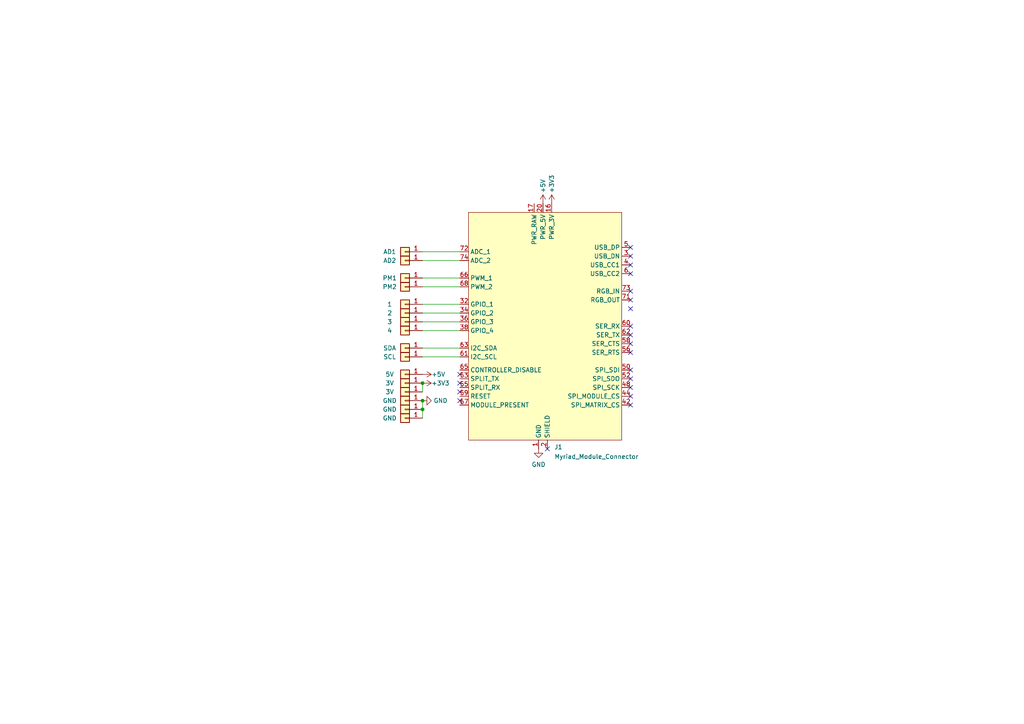
<source format=kicad_sch>
(kicad_sch (version 20211123) (generator eeschema)
  (paper "A4")
  (title_block (title "Myriad Permaproto 30x40mm") (date "2022-03-03") (rev "0.1") (company "splitkb.com") (comment 1 "See https://myriad.splitkb.com/specification/terms_of_use.html") (comment 2 "NON-COMMERCIAL USE ONLY"))
  (lib_symbols
    (symbol "0_splitkb_common:Myriad_Module_Connector"
      (property "Reference" "J" (at 22.86 -34.29 0))
      (property "Value" "Myriad_Module_Connector" (at 1.27 1.27 0))
      (symbol "Myriad_Module_Connector_0_1"
        (rectangle (start -21.59 33.02) (end 22.86 -33.02) (fill (type background)))
      )
      (symbol "Myriad_Module_Connector_1_1"
        (pin power_out line (at -1.27 -35.56 90) (length 2.54) (name "GND") (number "1"))
        (pin power_out line (at 2.54 35.56 270) (length 2.54) (name "PWR_3V") (number "16"))
        (pin power_out line (at -2.54 35.56 270) (length 2.54) (name "PWR_RAW") (number "17"))
        (pin passive line (at 2.54 35.56 270) (length 2.54) hide (name "PWR_3V") (number "18"))
        (pin passive line (at -2.54 35.56 270) (length 2.54) hide (name "PWR_RAW") (number "19"))
        (pin power_out line (at 1.27 -35.56 90) (length 2.54) (name "SHIELD") (number "2"))
        (pin power_out line (at 0 35.56 270) (length 2.54) (name "PWR_5V") (number "20"))
        (pin passive line (at -2.54 35.56 270) (length 2.54) hide (name "PWR_RAW") (number "21"))
        (pin passive line (at 0 35.56 270) (length 2.54) hide (name "PWR_5V") (number "22"))
        (pin passive line (at -2.54 35.56 270) (length 2.54) hide (name "PWR_RAW") (number "23"))
        (pin no_connect line (at -12.7 33.02 270) (length 2.54) hide (name "") (number "24"))
        (pin no_connect line (at -10.16 33.02 270) (length 2.54) hide (name "") (number "25"))
        (pin no_connect line (at -7.62 33.02 270) (length 2.54) hide (name "") (number "26"))
        (pin no_connect line (at -5.08 33.02 270) (length 2.54) hide (name "") (number "27"))
        (pin no_connect line (at 5.08 33.02 270) (length 2.54) hide (name "") (number "28"))
        (pin no_connect line (at 7.62 33.02 270) (length 2.54) hide (name "") (number "29"))
        (pin bidirectional line (at 25.4 20.32 180) (length 2.54) (name "USB_DN") (number "3"))
        (pin no_connect line (at 10.16 33.02 270) (length 2.54) hide (name "") (number "30"))
        (pin no_connect line (at 12.7 33.02 270) (length 2.54) hide (name "") (number "31"))
        (pin bidirectional line (at -24.13 6.35 0) (length 2.54) (name "GPIO_1") (number "32"))
        (pin no_connect line (at -16.51 -33.02 90) (length 2.54) hide (name "") (number "33"))
        (pin bidirectional line (at -24.13 3.81 0) (length 2.54) (name "GPIO_2") (number "34"))
        (pin no_connect line (at -13.97 -33.02 90) (length 2.54) hide (name "") (number "35"))
        (pin bidirectional line (at -24.13 1.27 0) (length 2.54) (name "GPIO_3") (number "36"))
        (pin no_connect line (at -11.43 -33.02 90) (length 2.54) hide (name "") (number "37"))
        (pin bidirectional line (at -24.13 -1.27 0) (length 2.54) (name "GPIO_4") (number "38"))
        (pin no_connect line (at -8.89 -33.02 90) (length 2.54) hide (name "") (number "39"))
        (pin output line (at 25.4 17.78 180) (length 2.54) (name "USB_CC1") (number "4"))
        (pin passive line (at -1.27 -35.56 90) (length 2.54) hide (name "GND") (number "40"))
        (pin no_connect line (at -6.35 -33.02 90) (length 2.54) hide (name "") (number "41"))
        (pin input line (at 25.4 -22.86 180) (length 2.54) (name "SPI_MATRIX_CS") (number "42"))
        (pin no_connect line (at -3.81 -33.02 90) (length 2.54) hide (name "") (number "43"))
        (pin output line (at 25.4 -20.32 180) (length 2.54) (name "SPI_MODULE_CS") (number "44"))
        (pin no_connect line (at 3.81 -33.02 90) (length 2.54) hide (name "") (number "45"))
        (pin passive line (at -1.27 -35.56 90) (length 2.54) hide (name "GND") (number "46"))
        (pin no_connect line (at 6.35 -33.02 90) (length 2.54) hide (name "") (number "47"))
        (pin output line (at 25.4 -17.78 180) (length 2.54) (name "SPI_SCK") (number "48"))
        (pin no_connect line (at 8.89 -33.02 90) (length 2.54) hide (name "") (number "49"))
        (pin bidirectional line (at 25.4 22.86 180) (length 2.54) (name "USB_DP") (number "5"))
        (pin input line (at 25.4 -12.7 180) (length 2.54) (name "SPI_SDI") (number "50"))
        (pin no_connect line (at 11.43 -33.02 90) (length 2.54) hide (name "") (number "51"))
        (pin output line (at 25.4 -15.24 180) (length 2.54) (name "SPI_SDO") (number "52"))
        (pin no_connect line (at 13.97 -33.02 90) (length 2.54) hide (name "") (number "53"))
        (pin input line (at -24.13 -15.24 0) (length 2.54) (name "SPLIT_TX") (number "53"))
        (pin passive line (at -1.27 -35.56 90) (length 2.54) hide (name "GND") (number "54"))
        (pin output line (at -24.13 -17.78 0) (length 2.54) (name "SPLIT_RX") (number "55"))
        (pin output line (at 25.4 -7.62 180) (length 2.54) (name "SER_RTS") (number "56"))
        (pin passive line (at -1.27 -35.56 90) (length 2.54) hide (name "GND") (number "57"))
        (pin input line (at 25.4 -5.08 180) (length 2.54) (name "SER_CTS") (number "58"))
        (pin bidirectional line (at -24.13 -20.32 0) (length 2.54) (name "RESET") (number "59"))
        (pin output line (at 25.4 15.24 180) (length 2.54) (name "USB_CC2") (number "6"))
        (pin input line (at 25.4 0 180) (length 2.54) (name "SER_RX") (number "60"))
        (pin bidirectional line (at -24.13 -8.89 0) (length 2.54) (name "I2C_SCL") (number "61"))
        (pin output line (at 25.4 -2.54 180) (length 2.54) (name "SER_TX") (number "62"))
        (pin bidirectional line (at -24.13 -6.35 0) (length 2.54) (name "I2C_SDA") (number "63"))
        (pin passive line (at -1.27 -35.56 90) (length 2.54) hide (name "GND") (number "64"))
        (pin input line (at -24.13 -12.7 0) (length 2.54) (name "CONTROLLER_DISABLE") (number "65"))
        (pin output line (at -24.13 13.97 0) (length 2.54) (name "PWM_1") (number "66"))
        (pin input line (at -24.13 -22.86 0) (length 2.54) (name "MODULE_PRESENT") (number "67"))
        (pin output line (at -24.13 11.43 0) (length 2.54) (name "PWM_2") (number "68"))
        (pin passive line (at -1.27 -35.56 90) (length 2.54) hide (name "GND") (number "69"))
        (pin passive line (at -1.27 -35.56 90) (length 2.54) hide (name "GND") (number "7"))
        (pin passive line (at -1.27 -35.56 90) (length 2.54) hide (name "GND") (number "70"))
        (pin output line (at 25.4 7.62 180) (length 2.54) (name "RGB_OUT") (number "71"))
        (pin input line (at -24.13 21.59 0) (length 2.54) (name "ADC_1") (number "72"))
        (pin input line (at 25.4 10.16 180) (length 2.54) (name "RGB_IN") (number "73"))
        (pin input line (at -24.13 19.05 0) (length 2.54) (name "ADC_2") (number "74"))
        (pin no_connect line (at 16.51 -33.02 90) (length 2.54) hide (name "") (number "75"))
      )
    )
    (symbol "Connector_Generic:Conn_01x01" (pin_names (offset 1.016) hide)
      (property "Reference" "J" (at 0 2.54 0))
      (property "Value" "Conn_01x01" (at 0 -2.54 0))
      (symbol "Conn_01x01_1_1"
        (rectangle (start -1.27 0.127) (end 0 -0.127) (stroke (width 0.1524)))
        (rectangle (start -1.27 1.27) (end 1.27 -1.27) (stroke (width 0.254)) (fill (type background)))
        (pin passive line (at -5.08 0 0) (length 3.81) (name "Pin_1") (number "1"))
      )
    )
    (symbol "power:+3V3" (power) (pin_names (offset 0))
      (property "Value" "+3V3" (at 0 3.556 0))
      (symbol "+3V3_0_1"
        (polyline (pts (xy -0.762 1.27) (xy 0 2.54)))
        (polyline (pts (xy 0 0) (xy 0 2.54)))
        (polyline (pts (xy 0 2.54) (xy 0.762 1.27)))
      )
      (symbol "+3V3_1_1"
        (pin power_in line (at 0 0 90) (length 0) hide (name "+3V3") (number "1"))
      )
    )
    (symbol "power:+5V" (power) (pin_names (offset 0))
      (property "Value" "+5V" (at 0 3.556 0))
      (symbol "+5V_0_1"
        (polyline (pts (xy -0.762 1.27) (xy 0 2.54)))
        (polyline (pts (xy 0 0) (xy 0 2.54)))
        (polyline (pts (xy 0 2.54) (xy 0.762 1.27)))
      )
      (symbol "+5V_1_1"
        (pin power_in line (at 0 0 90) (length 0) hide (name "+5V") (number "1"))
      )
    )
    (symbol "power:GND" (power) (pin_names (offset 0))
      (property "Value" "GND" (at 0 -3.81 0))
      (symbol "GND_0_1"
        (polyline (pts (xy 0 0) (xy 0 -1.27) (xy 1.27 -1.27) (xy 0 -2.54) (xy -1.27 -1.27) (xy 0 -1.27)))
      )
      (symbol "GND_1_1"
        (pin power_in line (at 0 0 270) (length 0) hide (name "GND") (number "1"))
      )
    )
  )
  (junction (at 122.555 116.205))
  (junction (at 122.555 111.125))
  (junction (at 122.555 118.745))
  (no_connect (at 182.88 94.615))
  (no_connect (at 182.88 74.295))
  (no_connect (at 182.88 86.995))
  (no_connect (at 133.35 116.205))
  (no_connect (at 182.88 84.455))
  (no_connect (at 182.88 71.755))
  (no_connect (at 182.88 79.375))
  (no_connect (at 182.88 107.315))
  (no_connect (at 158.75 130.175))
  (no_connect (at 182.88 89.535))
  (no_connect (at 182.88 112.395))
  (no_connect (at 182.88 102.235))
  (no_connect (at 182.88 99.695))
  (no_connect (at 182.88 97.155))
  (no_connect (at 182.88 76.835))
  (no_connect (at 182.88 117.475))
  (no_connect (at 182.88 109.855))
  (no_connect (at 182.88 114.935))
  (no_connect (at 133.35 113.665))
  (no_connect (at 133.35 108.585))
  (no_connect (at 133.35 111.125))
  (wire (pts (xy 122.555 118.745) (xy 122.555 121.285)))
  (wire (pts (xy 122.555 73.025) (xy 133.35 73.025)))
  (wire (pts (xy 122.555 116.205) (xy 122.555 118.745)))
  (wire (pts (xy 122.555 80.645) (xy 133.35 80.645)))
  (wire (pts (xy 122.555 88.265) (xy 133.35 88.265)))
  (wire (pts (xy 122.555 83.185) (xy 133.35 83.185)))
  (wire (pts (xy 122.555 75.565) (xy 133.35 75.565)))
  (wire (pts (xy 122.555 93.345) (xy 133.35 93.345)))
  (wire (pts (xy 122.555 103.505) (xy 133.35 103.505)))
  (wire (pts (xy 122.555 90.805) (xy 133.35 90.805)))
  (wire (pts (xy 122.555 100.965) (xy 133.35 100.965)))
  (wire (pts (xy 122.555 113.665) (xy 122.555 111.125)))
  (wire (pts (xy 122.555 95.885) (xy 133.35 95.885)))
  (symbol (lib_id "Connector_Generic:Conn_01x01") (at 117.475 108.585 180) (unit 1) (in_bom no) (on_board no)
    (property "Reference" "J12" (effects hide))
    (property "Value" "5V" (at 113.03 108.585 0))
    (property "Footprint" "0_splitkb_common:ProtoPad" (effects hide))
  )
  (symbol (lib_id "Connector_Generic:Conn_01x01") (at 117.475 93.345 180) (unit 1) (in_bom no) (on_board no)
    (property "Reference" "J8" (effects hide))
    (property "Value" "3" (at 113.03 93.345 0))
    (property "Footprint" "0_splitkb_common:ProtoPad" (effects hide))
  )
  (symbol (lib_id "Connector_Generic:Conn_01x01") (at 117.475 88.265 180) (unit 1) (in_bom no) (on_board no)
    (property "Reference" "J6" (effects hide))
    (property "Value" "1" (at 113.03 88.265 0))
    (property "Footprint" "0_splitkb_common:ProtoPad" (effects hide))
  )
  (symbol (lib_id "Connector_Generic:Conn_01x01") (at 117.475 90.805 180) (unit 1) (in_bom no) (on_board no)
    (property "Reference" "J7" (effects hide))
    (property "Value" "2" (at 113.03 90.805 0))
    (property "Footprint" "0_splitkb_common:ProtoPad" (effects hide))
  )
  (symbol (lib_id "Connector_Generic:Conn_01x01") (at 117.475 113.665 180) (unit 1) (in_bom no) (on_board no)
    (property "Reference" "J16" (effects hide))
    (property "Value" "3V" (at 113.03 113.665 0))
    (property "Footprint" "0_splitkb_common:ProtoPad" (effects hide))
  )
  (symbol (lib_id "power:+3V3") (at 160.02 59.055 0) (unit 1)
    (property "Reference" "#PWR0106" (effects hide))
    (property "Value" "+3V3" (at 160.02 53.34 90))
  )
  (symbol (lib_id "power:+3V3") (at 122.555 111.125 270) (unit 1)
    (property "Reference" "#PWR0102" (effects hide))
    (property "Value" "+3V3" (at 125.095 111.125 90) (effects (justify left)))
  )
  (symbol (lib_id "Connector_Generic:Conn_01x01") (at 117.475 80.645 180) (unit 1) (in_bom no) (on_board no)
    (property "Reference" "J4" (effects hide))
    (property "Value" "PM1" (at 113.03 80.645 0))
    (property "Footprint" "0_splitkb_common:ProtoPad" (effects hide))
  )
  (symbol (lib_id "Connector_Generic:Conn_01x01") (at 117.475 116.205 180) (unit 1) (in_bom no) (on_board no)
    (property "Reference" "J14" (effects hide))
    (property "Value" "GND" (at 113.03 116.205 0))
    (property "Footprint" "0_splitkb_common:ProtoPad" (effects hide))
  )
  (symbol (lib_id "Connector_Generic:Conn_01x01") (at 117.475 95.885 180) (unit 1) (in_bom no) (on_board no)
    (property "Reference" "J9" (effects hide))
    (property "Value" "4" (at 113.03 95.885 0))
    (property "Footprint" "0_splitkb_common:ProtoPad" (effects hide))
  )
  (symbol (lib_id "Connector_Generic:Conn_01x01") (at 117.475 100.965 180) (unit 1) (in_bom no) (on_board no)
    (property "Reference" "J10" (effects hide))
    (property "Value" "SDA" (at 113.03 100.965 0))
    (property "Footprint" "0_splitkb_common:ProtoPad" (effects hide))
  )
  (symbol (lib_id "power:+5V") (at 122.555 108.585 270) (unit 1)
    (property "Reference" "#PWR0101" (effects hide))
    (property "Value" "+5V" (at 125.095 108.585 90) (effects (justify left)))
  )
  (symbol (lib_id "power:GND") (at 156.21 130.175 0) (unit 1)
    (property "Reference" "#PWR0104" (effects hide))
    (property "Value" "GND" (at 156.21 134.7375 0))
  )
  (symbol (lib_id "Connector_Generic:Conn_01x01") (at 117.475 73.025 180) (unit 1) (in_bom no) (on_board no)
    (property "Reference" "J2" (effects hide))
    (property "Value" "AD1" (at 113.03 73.025 0))
    (property "Footprint" "0_splitkb_common:ProtoPad" (effects hide))
  )
  (symbol (lib_id "Connector_Generic:Conn_01x01") (at 117.475 103.505 180) (unit 1) (in_bom no) (on_board no)
    (property "Reference" "J11" (effects hide))
    (property "Value" "SCL" (at 113.03 103.505 0))
    (property "Footprint" "0_splitkb_common:ProtoPad" (effects hide))
  )
  (symbol (lib_id "Connector_Generic:Conn_01x01") (at 117.475 121.285 180) (unit 1) (in_bom no) (on_board no)
    (property "Reference" "J17" (effects hide))
    (property "Value" "GND" (at 113.03 121.285 0))
    (property "Footprint" "0_splitkb_common:ProtoPad" (effects hide))
  )
  (symbol (lib_id "power:GND") (at 122.555 116.205 90) (unit 1)
    (property "Reference" "#PWR0103" (effects hide))
    (property "Value" "GND" (at 125.73 116.205 90) (effects (justify right)))
  )
  (symbol (lib_id "Connector_Generic:Conn_01x01") (at 117.475 75.565 180) (unit 1) (in_bom no) (on_board no)
    (property "Reference" "J3" (effects hide))
    (property "Value" "AD2" (at 113.03 75.565 0))
    (property "Footprint" "0_splitkb_common:ProtoPad" (effects hide))
  )
  (symbol (lib_id "power:+5V") (at 157.48 59.055 0) (unit 1)
    (property "Reference" "#PWR0105" (effects hide))
    (property "Value" "+5V" (at 157.48 53.975 90))
  )
  (symbol (lib_id "Connector_Generic:Conn_01x01") (at 117.475 83.185 180) (unit 1) (in_bom no) (on_board no)
    (property "Reference" "J5" (effects hide))
    (property "Value" "PM2" (at 113.03 83.185 0))
    (property "Footprint" "0_splitkb_common:ProtoPad" (effects hide))
  )
  (symbol (lib_id "Connector_Generic:Conn_01x01") (at 117.475 118.745 180) (unit 1) (in_bom no) (on_board no)
    (property "Reference" "J15" (effects hide))
    (property "Value" "GND" (at 113.03 118.745 0))
    (property "Footprint" "0_splitkb_common:ProtoPad" (effects hide))
  )
  (symbol (lib_id "0_splitkb_common:Myriad_Module_Connector") (at 157.48 94.615 0) (unit 1)
    (property "Reference" "J1" (at 160.7694 129.6575 0) (effects (justify left)))
    (property "Value" "Myriad_Module_Connector" (at 160.7694 132.4326 0) (effects (justify left)))
    (property "Footprint" "0_splitkb_common:Myriad_Module_30x40mm" (effects hide))
    (property "Datasheet" "https://myriad.splitkb.com/specification/pinout.html" (effects hide))
  )
  (symbol (lib_id "Connector_Generic:Conn_01x01") (at 117.475 111.125 180) (unit 1) (in_bom no) (on_board no)
    (property "Reference" "J13" (effects hide))
    (property "Value" "3V" (at 113.03 111.125 0))
    (property "Footprint" "0_splitkb_common:ProtoPad" (effects hide))
  )
)
</source>
